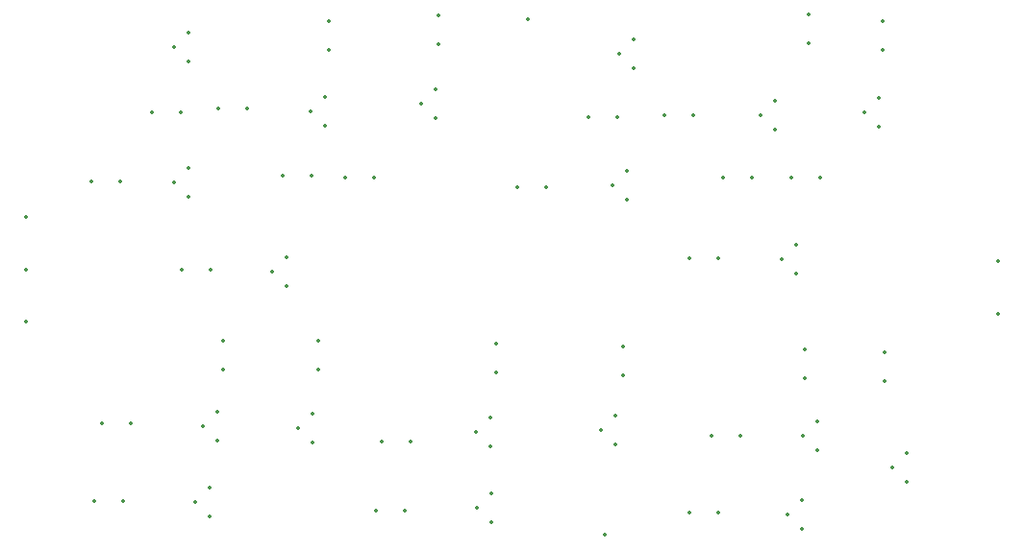
<source format=gbo>
%TF.GenerationSoftware,KiCad,Pcbnew,8.0.2-1*%
%TF.CreationDate,2024-05-13T20:57:24-04:00*%
%TF.ProjectId,Transistor_Calculator_V2,5472616e-7369-4737-946f-725f43616c63,rev?*%
%TF.SameCoordinates,Original*%
%TF.FileFunction,Legend,Bot*%
%TF.FilePolarity,Positive*%
%FSLAX46Y46*%
G04 Gerber Fmt 4.6, Leading zero omitted, Abs format (unit mm)*
G04 Created by KiCad (PCBNEW 8.0.2-1) date 2024-05-13 20:57:24*
%MOMM*%
%LPD*%
G01*
G04 APERTURE LIST*
%ADD10C,0.350000*%
G04 APERTURE END LIST*
D10*
X56520000Y-64350000D03*
X55250000Y-63080000D03*
X56520000Y-61810000D03*
X26650000Y-28220000D03*
X29190000Y-28220000D03*
X32510000Y-27910000D03*
X35050000Y-27910000D03*
X41900000Y-29420000D03*
X40630000Y-28150000D03*
X41900000Y-26880000D03*
X43680000Y-33950000D03*
X46220000Y-33950000D03*
X69060000Y-24360000D03*
X67790000Y-23090000D03*
X69060000Y-21820000D03*
X68100000Y-51410000D03*
X68100000Y-48870000D03*
X38185000Y-33850000D03*
X40725000Y-33850000D03*
X22275000Y-55650000D03*
X24815000Y-55650000D03*
X68500000Y-35950000D03*
X67230000Y-34680000D03*
X68500000Y-33410000D03*
X84470000Y-22165000D03*
X84470000Y-19625000D03*
X59720000Y-20000000D03*
X81480000Y-29740000D03*
X80210000Y-28470000D03*
X81480000Y-27200000D03*
X21585000Y-62520000D03*
X24125000Y-62520000D03*
X73975000Y-63540000D03*
X76515000Y-63540000D03*
X74000000Y-41080000D03*
X76540000Y-41080000D03*
X46345000Y-63390000D03*
X48885000Y-63390000D03*
X31730000Y-63900000D03*
X30460000Y-62630000D03*
X31730000Y-61360000D03*
X56960000Y-51190000D03*
X56960000Y-48650000D03*
X15600000Y-37470000D03*
X15600000Y-42070000D03*
X15600000Y-46670000D03*
X76955000Y-34000000D03*
X79495000Y-34000000D03*
X66500000Y-65500000D03*
X67500000Y-57540000D03*
X66230000Y-56270000D03*
X67500000Y-55000000D03*
X83420000Y-42450000D03*
X82150000Y-41180000D03*
X83420000Y-39910000D03*
X101120000Y-45970000D03*
X101120000Y-41370000D03*
X51870000Y-22185000D03*
X51870000Y-19645000D03*
X71775000Y-28450000D03*
X74315000Y-28450000D03*
X90970000Y-22725000D03*
X90970000Y-20185000D03*
X21325000Y-34330000D03*
X23865000Y-34330000D03*
X29240000Y-42150000D03*
X31780000Y-42150000D03*
X83900000Y-64970000D03*
X82630000Y-63700000D03*
X83900000Y-62430000D03*
X29830000Y-23770000D03*
X28560000Y-22500000D03*
X29830000Y-21230000D03*
X32910000Y-50890000D03*
X32910000Y-48350000D03*
X29830000Y-35700000D03*
X28560000Y-34430000D03*
X29830000Y-33160000D03*
X58815000Y-34830000D03*
X61355000Y-34830000D03*
X75945000Y-56720000D03*
X78485000Y-56720000D03*
X93130000Y-60860000D03*
X91860000Y-59590000D03*
X93130000Y-58320000D03*
X38500000Y-43520000D03*
X37230000Y-42250000D03*
X38500000Y-40980000D03*
X84180000Y-51640000D03*
X84180000Y-49100000D03*
X40800000Y-57330000D03*
X39530000Y-56060000D03*
X40800000Y-54790000D03*
X51600000Y-28740000D03*
X50330000Y-27470000D03*
X51600000Y-26200000D03*
X42220000Y-22715000D03*
X42220000Y-20175000D03*
X32380000Y-57170000D03*
X31110000Y-55900000D03*
X32380000Y-54630000D03*
X46865000Y-57230000D03*
X49405000Y-57230000D03*
X90700000Y-29515000D03*
X89430000Y-28245000D03*
X90700000Y-26975000D03*
X91160000Y-51960000D03*
X91160000Y-49420000D03*
X85230000Y-57990000D03*
X83960000Y-56720000D03*
X85230000Y-55450000D03*
X56480000Y-57690000D03*
X55210000Y-56420000D03*
X56480000Y-55150000D03*
X65135000Y-28610000D03*
X67675000Y-28610000D03*
X82960000Y-34000000D03*
X85500000Y-34000000D03*
X41280000Y-50885000D03*
X41280000Y-48345000D03*
M02*

</source>
